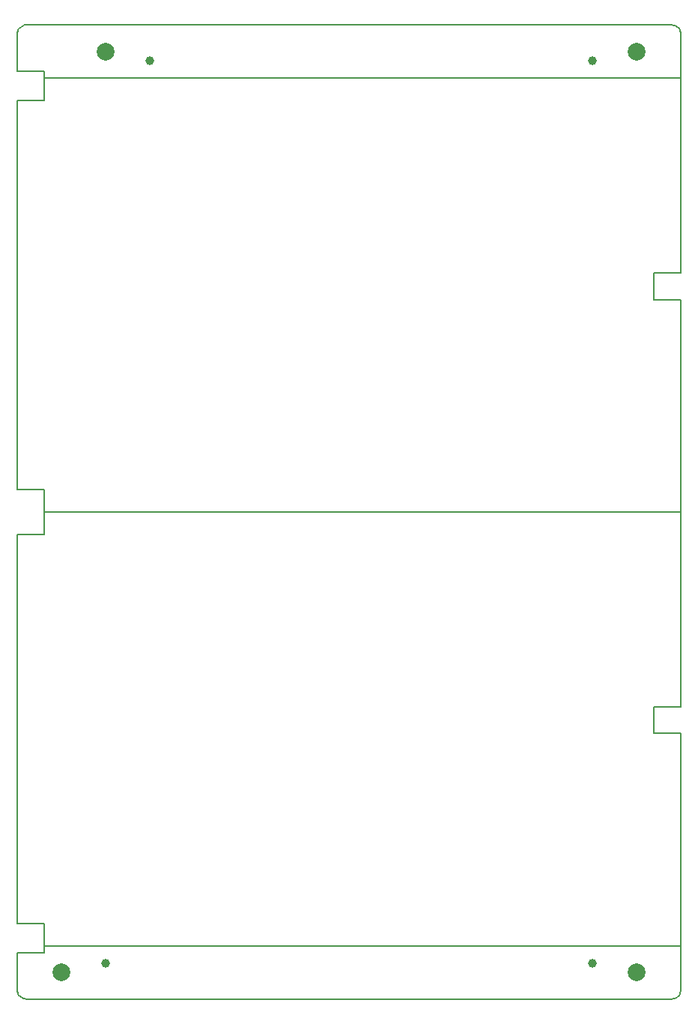
<source format=gbr>
*
%FSLAX26Y26*%
%MOIN*%
%ADD10C,0.005906*%
%ADD11C,0.078740*%
%ADD12C,0.039370*%
%IPPOS*%
%LNgko*%
%LPD*%
G75*
G54D10*
X0Y334646D02*
Y2066929D01*
X118110D01*
Y2165354D01*
X2952756D01*
Y1299213D01*
X2834646D01*
Y1181102D01*
X2952756D01*
Y236220D01*
X118110D01*
Y334646D01*
X0D01*
Y2263780D02*
Y3996063D01*
X118110D01*
Y4094488D01*
X2952756D01*
Y3228346D01*
X2834646D01*
Y3110236D01*
X2952756D01*
Y2165354D01*
X118110D01*
Y2263780D01*
X0D01*
X118110Y4094488D02*
Y4125984D01*
X0D01*
Y4291339D01*
X39370Y4330709D02*
X2913386D01*
X2952756Y4291339D02*
Y4094488D01*
X118110Y236220D02*
Y204724D01*
X0D01*
Y39370D01*
X39370Y0D02*
X2913386D01*
X2952756Y39370D02*
Y236220D01*
X0Y4291339D02*
X492Y4297546D01*
X1957Y4303598D01*
X4358Y4309344D01*
X7635Y4314639D01*
X11706Y4319351D01*
X16469Y4323363D01*
X21804Y4326573D01*
X27580Y4328902D01*
X33650Y4330291D01*
X39370Y4330709D01*
X2913386D02*
X2919593Y4330216D01*
X2925646Y4328751D01*
X2931391Y4326350D01*
X2936686Y4323073D01*
X2941398Y4319003D01*
X2945410Y4314240D01*
X2948620Y4308904D01*
X2950949Y4303129D01*
X2952338Y4297059D01*
X2952756Y4291339D01*
X0Y39370D02*
X492Y33163D01*
X1957Y27110D01*
X4358Y21365D01*
X7635Y16070D01*
X11706Y11358D01*
X16469Y7346D01*
X21804Y4136D01*
X27580Y1807D01*
X33650Y418D01*
X39370Y0D01*
X2913386D02*
X2919593Y492D01*
X2925646Y1957D01*
X2931391Y4358D01*
X2936686Y7635D01*
X2941398Y11706D01*
X2945410Y16469D01*
X2948620Y21804D01*
X2950949Y27580D01*
X2952338Y33650D01*
X2952756Y39370D01*
G54D11*
X393701Y4212598D03*
X2755906D03*
X196850Y118110D03*
X2755906D03*
G54D12*
X590551Y4173228D03*
X2559055D03*
X393701Y157480D03*
X2559055D03*
M02*

</source>
